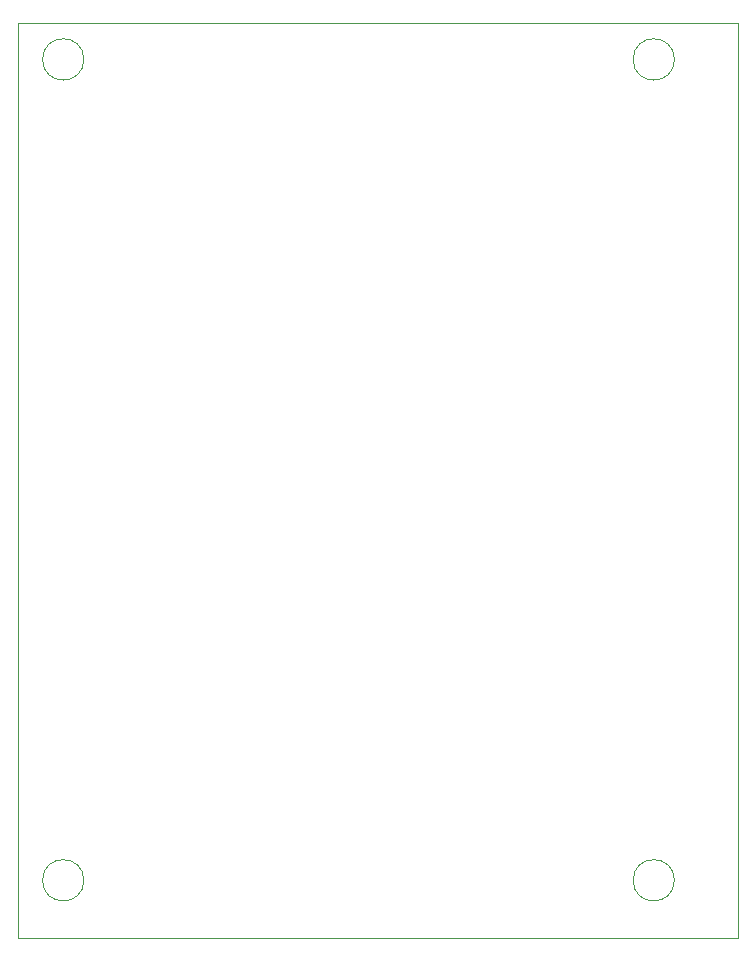
<source format=gbr>
%TF.GenerationSoftware,KiCad,Pcbnew,(5.1.6)-1*%
%TF.CreationDate,2020-12-18T18:22:10+01:00*%
%TF.ProjectId,rc-emitter_tft,72632d65-6d69-4747-9465-725f7466742e,rev?*%
%TF.SameCoordinates,Original*%
%TF.FileFunction,Profile,NP*%
%FSLAX46Y46*%
G04 Gerber Fmt 4.6, Leading zero omitted, Abs format (unit mm)*
G04 Created by KiCad (PCBNEW (5.1.6)-1) date 2020-12-18 18:22:10*
%MOMM*%
%LPD*%
G01*
G04 APERTURE LIST*
%TA.AperFunction,Profile*%
%ADD10C,0.050000*%
%TD*%
%TA.AperFunction,Profile*%
%ADD11C,0.120000*%
%TD*%
G04 APERTURE END LIST*
D10*
X137160000Y-26670000D02*
X137160000Y-25400000D01*
D11*
X131750000Y-28500000D02*
G75*
G03*
X131750000Y-28500000I-1750000J0D01*
G01*
D10*
X76200000Y-25400000D02*
X76200000Y-26670000D01*
D11*
X81750000Y-28500000D02*
G75*
G03*
X81750000Y-28500000I-1750000J0D01*
G01*
X131750000Y-98000000D02*
G75*
G03*
X131750000Y-98000000I-1750000J0D01*
G01*
D10*
X76200000Y-26670000D02*
X76200000Y-102870000D01*
X137160000Y-25400000D02*
X76200000Y-25400000D01*
X137160000Y-102870000D02*
X137160000Y-26670000D01*
X76200000Y-102870000D02*
X137160000Y-102870000D01*
D11*
X81750000Y-98000000D02*
G75*
G03*
X81750000Y-98000000I-1750000J0D01*
G01*
M02*

</source>
